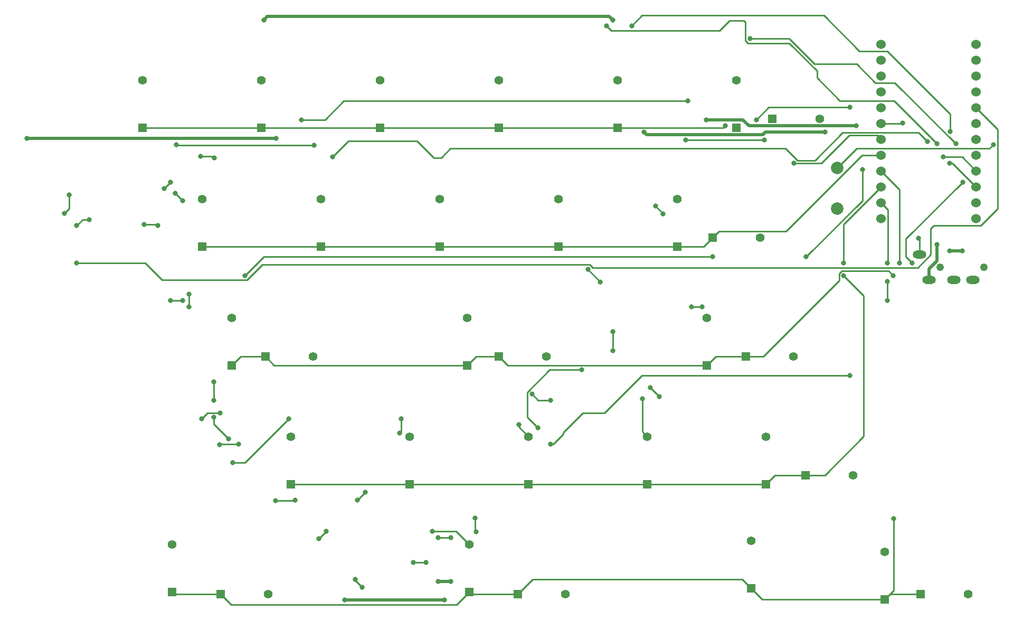
<source format=gtl>
G04 #@! TF.GenerationSoftware,KiCad,Pcbnew,7.0.7*
G04 #@! TF.CreationDate,2023-09-30T17:43:00+09:00*
G04 #@! TF.ProjectId,ind-assemble_L,696e642d-6173-4736-956d-626c655f4c2e,rev?*
G04 #@! TF.SameCoordinates,Original*
G04 #@! TF.FileFunction,Copper,L1,Top*
G04 #@! TF.FilePolarity,Positive*
%FSLAX46Y46*%
G04 Gerber Fmt 4.6, Leading zero omitted, Abs format (unit mm)*
G04 Created by KiCad (PCBNEW 7.0.7) date 2023-09-30 17:43:00*
%MOMM*%
%LPD*%
G01*
G04 APERTURE LIST*
G04 #@! TA.AperFunction,ComponentPad*
%ADD10R,1.397000X1.397000*%
G04 #@! TD*
G04 #@! TA.AperFunction,ComponentPad*
%ADD11C,1.397000*%
G04 #@! TD*
G04 #@! TA.AperFunction,ComponentPad*
%ADD12C,2.000000*%
G04 #@! TD*
G04 #@! TA.AperFunction,ComponentPad*
%ADD13C,1.524000*%
G04 #@! TD*
G04 #@! TA.AperFunction,WasherPad*
%ADD14C,1.210000*%
G04 #@! TD*
G04 #@! TA.AperFunction,ComponentPad*
%ADD15O,2.200000X1.300000*%
G04 #@! TD*
G04 #@! TA.AperFunction,ViaPad*
%ADD16C,0.800000*%
G04 #@! TD*
G04 #@! TA.AperFunction,Conductor*
%ADD17C,0.250000*%
G04 #@! TD*
G04 #@! TA.AperFunction,Conductor*
%ADD18C,0.500000*%
G04 #@! TD*
G04 APERTURE END LIST*
D10*
X103346250Y-116681250D03*
D11*
X110966250Y-116681250D03*
D10*
X128905000Y-60960000D03*
D11*
X128905000Y-53340000D03*
D10*
X62865000Y-78581250D03*
D11*
X70485000Y-78581250D03*
D10*
X95567500Y-116335000D03*
D11*
X95567500Y-108715000D03*
D10*
X167957500Y-116681250D03*
D11*
X175577500Y-116681250D03*
D10*
X139988750Y-78581250D03*
D11*
X147608750Y-78581250D03*
D10*
X86042500Y-99060000D03*
D11*
X86042500Y-91440000D03*
D10*
X149542500Y-97631250D03*
D11*
X157162500Y-97631250D03*
D10*
X43180000Y-41910000D03*
D11*
X43180000Y-34290000D03*
D10*
X57467500Y-80010000D03*
D11*
X57467500Y-72390000D03*
D10*
X55721250Y-116681250D03*
D11*
X63341250Y-116681250D03*
D10*
X144145000Y-40481250D03*
D11*
X151765000Y-40481250D03*
D10*
X162242500Y-117503750D03*
D11*
X162242500Y-109883750D03*
D10*
X133667500Y-80010000D03*
D11*
X133667500Y-72390000D03*
D10*
X100330000Y-41910000D03*
D11*
X100330000Y-34290000D03*
D10*
X95250000Y-80010000D03*
D11*
X95250000Y-72390000D03*
D10*
X52705000Y-60960000D03*
D11*
X52705000Y-53340000D03*
D10*
X134620000Y-59531250D03*
D11*
X142240000Y-59531250D03*
D10*
X47942500Y-116335000D03*
D11*
X47942500Y-108715000D03*
D10*
X71755000Y-60960000D03*
D11*
X71755000Y-53340000D03*
D10*
X138430000Y-41910000D03*
D11*
X138430000Y-34290000D03*
D10*
X124142500Y-99060000D03*
D11*
X124142500Y-91440000D03*
D12*
X154625000Y-48375000D03*
X154625000Y-54875000D03*
D10*
X81280000Y-41910000D03*
D11*
X81280000Y-34290000D03*
D10*
X143192500Y-99060000D03*
D11*
X143192500Y-91440000D03*
D10*
X140811250Y-115728750D03*
D11*
X140811250Y-108108750D03*
D10*
X62230000Y-41910000D03*
D11*
X62230000Y-34290000D03*
D10*
X100358750Y-78581250D03*
D11*
X107978750Y-78581250D03*
D10*
X90805000Y-60960000D03*
D11*
X90805000Y-53340000D03*
D10*
X105092500Y-99060000D03*
D11*
X105092500Y-91440000D03*
D10*
X66992500Y-99060000D03*
D11*
X66992500Y-91440000D03*
D13*
X161625000Y-28545000D03*
X161625000Y-31085000D03*
X161625000Y-33625000D03*
X161625000Y-36165000D03*
X161625000Y-38705000D03*
X161625000Y-41245000D03*
X161625000Y-43785000D03*
X161625000Y-46325000D03*
X161625000Y-48865000D03*
X161625000Y-51405000D03*
X161625000Y-53945000D03*
X161625000Y-56485000D03*
X176865000Y-56485000D03*
X176865000Y-53945000D03*
X176865000Y-51405000D03*
X176865000Y-48865000D03*
X176865000Y-46325000D03*
X176865000Y-43785000D03*
X176865000Y-41245000D03*
X176865000Y-38705000D03*
X176865000Y-36165000D03*
X176865000Y-33625000D03*
X176865000Y-31085000D03*
X176865000Y-28545000D03*
D10*
X119380000Y-41910000D03*
D11*
X119380000Y-34290000D03*
D10*
X109855000Y-60960000D03*
D11*
X109855000Y-53340000D03*
D14*
X171125000Y-64293750D03*
X178125000Y-64293750D03*
D15*
X167825000Y-62293750D03*
X176325000Y-66293750D03*
X173325000Y-66293750D03*
X169325000Y-66293750D03*
D16*
X147637500Y-47625000D03*
X136625000Y-41625000D03*
X49625000Y-53625000D03*
X48410562Y-52410562D03*
X126691938Y-55691938D03*
X125490562Y-54490562D03*
X47625000Y-69625000D03*
X49625000Y-69625000D03*
X164625000Y-63625000D03*
X163612701Y-65612701D03*
X131225500Y-70625000D03*
X132924500Y-70625000D03*
X58625000Y-92625000D03*
X55524312Y-92725688D03*
X155625000Y-63625000D03*
X155625000Y-65625000D03*
X103524312Y-89524312D03*
X123333062Y-85333062D03*
X163625000Y-104625000D03*
X162612701Y-66612701D03*
X162625000Y-63625000D03*
X162625000Y-69625000D03*
X89625000Y-106625000D03*
X133625000Y-40625000D03*
X170625000Y-60625000D03*
X172600500Y-61625000D03*
X92625000Y-114625000D03*
X174625000Y-61625000D03*
X157625000Y-41625000D03*
X90625000Y-114625000D03*
X167625000Y-59625000D03*
X91625000Y-117625000D03*
X62625000Y-24625000D03*
X24625000Y-43625000D03*
X118625000Y-24625000D03*
X123625000Y-42625000D03*
X152625000Y-42625000D03*
X75625000Y-117625000D03*
X64625000Y-43625000D03*
X165097299Y-41152701D03*
X130625000Y-37625000D03*
X68625000Y-40625000D03*
X156625000Y-38625000D03*
X142875000Y-43908000D03*
X130338000Y-43908000D03*
X141625000Y-40625000D03*
X46612701Y-51637299D03*
X47637299Y-50612701D03*
X34625000Y-56625000D03*
X70725688Y-44725688D03*
X48625000Y-44625000D03*
X32625000Y-57625000D03*
X50625000Y-68625000D03*
X45625000Y-57625000D03*
X54625000Y-88349500D03*
X50625000Y-70625000D03*
X43410562Y-57410562D03*
X54625000Y-85625000D03*
X57000688Y-91799312D03*
X54625000Y-82625000D03*
X77306812Y-114306812D03*
X52625000Y-88625000D03*
X55625000Y-87625000D03*
X72668813Y-106581187D03*
X71467437Y-107782563D03*
X78405487Y-115610888D03*
X64524312Y-101725688D03*
X67625000Y-101618000D03*
X113625000Y-80734500D03*
X90625000Y-107625000D03*
X86625000Y-111625000D03*
X92625000Y-107625000D03*
X88625000Y-111625000D03*
X106575500Y-90007002D03*
X30625000Y-55625000D03*
X31393897Y-52664345D03*
X32625000Y-63625000D03*
X134625000Y-62625000D03*
X158625000Y-48625000D03*
X149625000Y-62625000D03*
X52524312Y-46524312D03*
X59625000Y-65625000D03*
X57625000Y-95625000D03*
X66625000Y-88625000D03*
X54725688Y-46725688D03*
X169109598Y-44140402D03*
X78896580Y-100353420D03*
X84413951Y-90836049D03*
X84625000Y-88625000D03*
X77625000Y-101625000D03*
X73625000Y-46625000D03*
X156625000Y-81625000D03*
X96725688Y-106725688D03*
X166625000Y-63625000D03*
X108625000Y-92625000D03*
X174748812Y-50625000D03*
X108625000Y-85625000D03*
X96524312Y-104524312D03*
X105625000Y-84625000D03*
X171625000Y-46625000D03*
X116625000Y-66625000D03*
X117625000Y-25625000D03*
X118625000Y-77625000D03*
X118625000Y-74625000D03*
X124625000Y-83625000D03*
X114625000Y-64625000D03*
X126034438Y-85034438D03*
X170625000Y-44513500D03*
X172693049Y-42556951D03*
X172625000Y-47625000D03*
X121625000Y-25625000D03*
X173625000Y-44513500D03*
X140625000Y-27625000D03*
X179625000Y-44625000D03*
D17*
X119390000Y-41900000D02*
X119380000Y-41910000D01*
X156510975Y-43148000D02*
X161148000Y-43148000D01*
X161148000Y-43148000D02*
X161625000Y-43625000D01*
X119380000Y-41910000D02*
X100330000Y-41910000D01*
X152033975Y-47625000D02*
X156510975Y-43148000D01*
X81280000Y-41910000D02*
X62230000Y-41910000D01*
X100330000Y-41910000D02*
X81280000Y-41910000D01*
X136350000Y-41900000D02*
X119390000Y-41900000D01*
X62230000Y-41910000D02*
X43180000Y-41910000D01*
X136625000Y-41625000D02*
X136350000Y-41900000D01*
X147637500Y-47625000D02*
X152033975Y-47625000D01*
X161625000Y-43625000D02*
X161625000Y-43785000D01*
X48410562Y-52410562D02*
X49625000Y-53625000D01*
X133191250Y-60960000D02*
X134620000Y-59531250D01*
X71755000Y-60960000D02*
X90805000Y-60960000D01*
X146366083Y-58507750D02*
X135643500Y-58507750D01*
X135643500Y-58507750D02*
X134620000Y-59531250D01*
X158548833Y-46325000D02*
X146366083Y-58507750D01*
X109855000Y-60960000D02*
X128905000Y-60960000D01*
X52705000Y-60960000D02*
X71755000Y-60960000D01*
X90805000Y-60960000D02*
X109855000Y-60960000D01*
X128905000Y-60960000D02*
X133191250Y-60960000D01*
X161625000Y-46325000D02*
X158548833Y-46325000D01*
X125490562Y-54490562D02*
X126691938Y-55691938D01*
X47625000Y-69625000D02*
X49625000Y-69625000D01*
X162900000Y-64900000D02*
X155324695Y-64900000D01*
X58896250Y-78581250D02*
X57467500Y-80010000D01*
X95250000Y-80010000D02*
X64293750Y-80010000D01*
X62865000Y-78581250D02*
X58896250Y-78581250D01*
X142755794Y-78581250D02*
X139988750Y-78581250D01*
X154900000Y-66437044D02*
X142755794Y-78581250D01*
X163612701Y-65612701D02*
X162900000Y-64900000D01*
X164625000Y-51865000D02*
X164625000Y-63625000D01*
X96678750Y-78581250D02*
X95250000Y-80010000D01*
X139988750Y-78581250D02*
X135096250Y-78581250D01*
X64293750Y-80010000D02*
X62865000Y-78581250D01*
X154900000Y-65324695D02*
X154900000Y-66437044D01*
X135096250Y-78581250D02*
X133667500Y-80010000D01*
X101787500Y-80010000D02*
X100358750Y-78581250D01*
X133667500Y-80010000D02*
X101787500Y-80010000D01*
X100358750Y-78581250D02*
X96678750Y-78581250D01*
X155324695Y-64900000D02*
X154900000Y-65324695D01*
X161625000Y-48865000D02*
X164625000Y-51865000D01*
X131225500Y-70625000D02*
X132924500Y-70625000D01*
X55524312Y-92725688D02*
X55625000Y-92625000D01*
X55625000Y-92625000D02*
X58625000Y-92625000D01*
X149542500Y-97631250D02*
X144621250Y-97631250D01*
X143192500Y-99060000D02*
X124142500Y-99060000D01*
X155625000Y-65625000D02*
X158855000Y-68855000D01*
X124142500Y-99060000D02*
X105092500Y-99060000D01*
X161625000Y-51405000D02*
X155625000Y-57405000D01*
X155625000Y-57405000D02*
X155625000Y-63625000D01*
X158855000Y-68855000D02*
X158855000Y-91395000D01*
X105092500Y-99060000D02*
X86042500Y-99060000D01*
X86042500Y-99060000D02*
X66992500Y-99060000D01*
X158855000Y-91395000D02*
X152618750Y-97631250D01*
X144621250Y-97631250D02*
X143192500Y-99060000D01*
X152618750Y-97631250D02*
X149542500Y-97631250D01*
X103524312Y-89524312D02*
X103524312Y-89871812D01*
X103524312Y-89871812D02*
X105092500Y-91440000D01*
X123333062Y-85333062D02*
X123333062Y-90630562D01*
X123333062Y-90630562D02*
X124142500Y-91440000D01*
X163065000Y-116681250D02*
X162242500Y-117503750D01*
X48288750Y-116681250D02*
X47942500Y-116335000D01*
X161625000Y-53945000D02*
X162712000Y-55032000D01*
X163625000Y-116121250D02*
X162242500Y-117503750D01*
X103346250Y-116681250D02*
X95913750Y-116681250D01*
X162712000Y-55032000D02*
X162712000Y-63538000D01*
X95567500Y-116335000D02*
X93552500Y-118350000D01*
X162712000Y-63538000D02*
X162625000Y-63625000D01*
X162625000Y-66625000D02*
X162625000Y-69625000D01*
X139382500Y-114300000D02*
X105727500Y-114300000D01*
X167957500Y-116681250D02*
X163065000Y-116681250D01*
X93552500Y-118350000D02*
X57390000Y-118350000D01*
X162612701Y-66612701D02*
X162625000Y-66625000D01*
X142586250Y-117503750D02*
X140811250Y-115728750D01*
X162242500Y-117503750D02*
X142586250Y-117503750D01*
X95913750Y-116681250D02*
X95567500Y-116335000D01*
X57390000Y-118350000D02*
X55721250Y-116681250D01*
X55721250Y-116681250D02*
X48288750Y-116681250D01*
X163625000Y-104625000D02*
X163625000Y-116121250D01*
X105727500Y-114300000D02*
X103346250Y-116681250D01*
X140811250Y-115728750D02*
X139382500Y-114300000D01*
X93477500Y-106625000D02*
X89625000Y-106625000D01*
X95567500Y-108715000D02*
X93477500Y-106625000D01*
D18*
X170625000Y-63238115D02*
X169325000Y-64538115D01*
X139442000Y-40625000D02*
X133625000Y-40625000D01*
X92625000Y-114625000D02*
X90625000Y-114625000D01*
X140446750Y-41629750D02*
X139442000Y-40625000D01*
X169325000Y-64538115D02*
X169325000Y-66293750D01*
X174625000Y-61625000D02*
X172600500Y-61625000D01*
X157620250Y-41629750D02*
X140446750Y-41629750D01*
X170625000Y-60625000D02*
X170625000Y-63238115D01*
X157625000Y-41625000D02*
X157620250Y-41629750D01*
D17*
X167825000Y-59825000D02*
X167825000Y-62293750D01*
X167625000Y-59625000D02*
X167825000Y-59825000D01*
D18*
X143112500Y-42625000D02*
X142679000Y-43058500D01*
X91625000Y-117625000D02*
X82625000Y-117625000D01*
X63187500Y-24062500D02*
X62625000Y-24625000D01*
X124058500Y-43058500D02*
X123625000Y-42625000D01*
X152625000Y-42625000D02*
X143112500Y-42625000D01*
X64625000Y-43625000D02*
X24625000Y-43625000D01*
X118062500Y-24062500D02*
X63187500Y-24062500D01*
X142679000Y-43058500D02*
X124058500Y-43058500D01*
X118625000Y-24625000D02*
X118062500Y-24062500D01*
X82625000Y-117625000D02*
X75625000Y-117625000D01*
D17*
X165005000Y-41245000D02*
X161625000Y-41245000D01*
X165097299Y-41152701D02*
X165005000Y-41245000D01*
X72439277Y-40625000D02*
X68625000Y-40625000D01*
X75439277Y-37625000D02*
X72439277Y-40625000D01*
X130625000Y-37625000D02*
X75439277Y-37625000D01*
X141625000Y-40625000D02*
X143625000Y-38625000D01*
X142875000Y-43908000D02*
X130338000Y-43908000D01*
X143625000Y-38625000D02*
X156625000Y-38625000D01*
X48725688Y-44725688D02*
X48625000Y-44625000D01*
X47637299Y-50612701D02*
X46612701Y-51637299D01*
X33625000Y-56625000D02*
X32625000Y-57625000D01*
X70725688Y-44725688D02*
X48725688Y-44725688D01*
X34625000Y-56625000D02*
X33625000Y-56625000D01*
X50625000Y-68625000D02*
X50625000Y-70625000D01*
X57000688Y-91799312D02*
X54625000Y-89423624D01*
X45410562Y-57410562D02*
X45625000Y-57625000D01*
X43410562Y-57410562D02*
X45410562Y-57410562D01*
X54625000Y-89423624D02*
X54625000Y-88349500D01*
X54625000Y-82625000D02*
X54625000Y-85625000D01*
X53625000Y-87625000D02*
X52625000Y-88625000D01*
X77306812Y-114306812D02*
X77306812Y-114512213D01*
X72668813Y-106581187D02*
X71467437Y-107782563D01*
X64524312Y-101725688D02*
X67517312Y-101725688D01*
X55625000Y-87625000D02*
X53625000Y-87625000D01*
X67517312Y-101725688D02*
X67625000Y-101618000D01*
X77306812Y-114512213D02*
X78405487Y-115610888D01*
X108490195Y-80734500D02*
X113625000Y-80734500D01*
X104900000Y-88331502D02*
X104900000Y-84324695D01*
X104900000Y-84324695D02*
X108490195Y-80734500D01*
X90625000Y-107625000D02*
X92625000Y-107625000D01*
X86625000Y-111625000D02*
X88625000Y-111625000D01*
X106575500Y-90007002D02*
X104900000Y-88331502D01*
X46350000Y-66350000D02*
X43625000Y-63625000D01*
X180350000Y-54900000D02*
X177625000Y-57625000D01*
X31393897Y-52664345D02*
X31393897Y-54856103D01*
X169625000Y-62251898D02*
X167526898Y-64350000D01*
X176865000Y-38705000D02*
X180350000Y-42190000D01*
X62374598Y-63900000D02*
X59924598Y-66350000D01*
X167526898Y-64350000D02*
X115374599Y-64350000D01*
X177625000Y-57625000D02*
X170073624Y-57625000D01*
X31393897Y-54856103D02*
X30625000Y-55625000D01*
X43625000Y-63625000D02*
X32625000Y-63625000D01*
X169625000Y-58073624D02*
X169625000Y-62251898D01*
X114924599Y-63900000D02*
X62374598Y-63900000D01*
X59924598Y-66350000D02*
X46350000Y-66350000D01*
X170073624Y-57625000D02*
X169625000Y-58073624D01*
X115374599Y-64350000D02*
X114924599Y-63900000D01*
X180350000Y-42190000D02*
X180350000Y-54900000D01*
X52524312Y-46524312D02*
X54524312Y-46524312D01*
X54524312Y-46524312D02*
X54725688Y-46725688D01*
X62625000Y-62625000D02*
X59625000Y-65625000D01*
X66625000Y-88625000D02*
X59625000Y-95625000D01*
X134625000Y-62625000D02*
X62625000Y-62625000D01*
X158625000Y-48625000D02*
X158625000Y-53625000D01*
X59625000Y-95625000D02*
X57625000Y-95625000D01*
X158625000Y-53625000D02*
X149625000Y-62625000D01*
X76237947Y-44012053D02*
X73625000Y-46625000D01*
X92573465Y-45243750D02*
X91098465Y-46718750D01*
X148212805Y-47175000D02*
X146281555Y-45243750D01*
X84625000Y-90625000D02*
X84413951Y-90836049D01*
X91098465Y-46718750D02*
X89876535Y-46718750D01*
X151005483Y-47175000D02*
X148212805Y-47175000D01*
X167667196Y-42698000D02*
X155482483Y-42698000D01*
X155482483Y-42698000D02*
X151005483Y-47175000D01*
X78896580Y-100353420D02*
X77625000Y-101625000D01*
X169109598Y-44140402D02*
X167667196Y-42698000D01*
X87169838Y-44012053D02*
X76237947Y-44012053D01*
X89876535Y-46718750D02*
X87169838Y-44012053D01*
X146281555Y-45243750D02*
X92573465Y-45243750D01*
X84625000Y-88625000D02*
X84625000Y-90625000D01*
X110625000Y-90803743D02*
X110625000Y-91027044D01*
X156625000Y-81625000D02*
X123274150Y-81625000D01*
X96524312Y-104524312D02*
X96524312Y-106524312D01*
X106625000Y-85625000D02*
X108625000Y-85625000D01*
X165625000Y-59748812D02*
X165625000Y-62625000D01*
X110625000Y-91027044D02*
X109027044Y-92625000D01*
X105625000Y-84625000D02*
X106625000Y-85625000D01*
X123274150Y-81625000D02*
X117274150Y-87625000D01*
X96524312Y-106524312D02*
X96725688Y-106725688D01*
X165625000Y-62625000D02*
X166625000Y-63625000D01*
X117274150Y-87625000D02*
X113803743Y-87625000D01*
X109027044Y-92625000D02*
X108625000Y-92625000D01*
X174748812Y-50625000D02*
X165625000Y-59748812D01*
X113803743Y-87625000D02*
X110625000Y-90803743D01*
X139900000Y-24981250D02*
X139900000Y-27925305D01*
X151342500Y-32767956D02*
X151342500Y-33907044D01*
X163729500Y-37618000D02*
X170625000Y-44513500D01*
X146924544Y-28350000D02*
X151342500Y-32767956D01*
X124625000Y-83625000D02*
X126034438Y-85034438D01*
X140324695Y-28350000D02*
X146924544Y-28350000D01*
X155053456Y-37618000D02*
X163729500Y-37618000D01*
X114625000Y-64625000D02*
X116625000Y-66625000D01*
X118625000Y-74625000D02*
X118625000Y-77625000D01*
X139637500Y-24718750D02*
X139900000Y-24981250D01*
X171625000Y-46625000D02*
X174625000Y-46625000D01*
X137362500Y-24718750D02*
X139637500Y-24718750D01*
X139900000Y-27925305D02*
X140324695Y-28350000D01*
X151342500Y-33907044D02*
X155053456Y-37618000D01*
X117625000Y-25625000D02*
X118350000Y-26350000D01*
X118350000Y-26350000D02*
X135731250Y-26350000D01*
X135731250Y-26350000D02*
X137362500Y-24718750D01*
X174625000Y-46625000D02*
X176865000Y-48865000D01*
X162632000Y-29632000D02*
X172693049Y-39693049D01*
X173085000Y-47625000D02*
X176865000Y-51405000D01*
X172625000Y-47625000D02*
X173085000Y-47625000D01*
X121625000Y-25625000D02*
X123312500Y-23937500D01*
X123312500Y-23937500D02*
X152497642Y-23937500D01*
X152497642Y-23937500D02*
X158192142Y-29632000D01*
X172693049Y-39693049D02*
X172693049Y-42556951D01*
X158192142Y-29632000D02*
X162632000Y-29632000D01*
X140625000Y-27625000D02*
X146893350Y-27625000D01*
X146893350Y-27625000D02*
X150970077Y-31701727D01*
X163823500Y-34712000D02*
X173625000Y-44513500D01*
X150970077Y-31701727D02*
X157701727Y-31701727D01*
X157701727Y-31701727D02*
X160712000Y-34712000D01*
X160712000Y-34712000D02*
X163823500Y-34712000D01*
X179012000Y-45238000D02*
X179625000Y-44625000D01*
X154625000Y-48375000D02*
X157762000Y-45238000D01*
X157762000Y-45238000D02*
X179012000Y-45238000D01*
M02*

</source>
